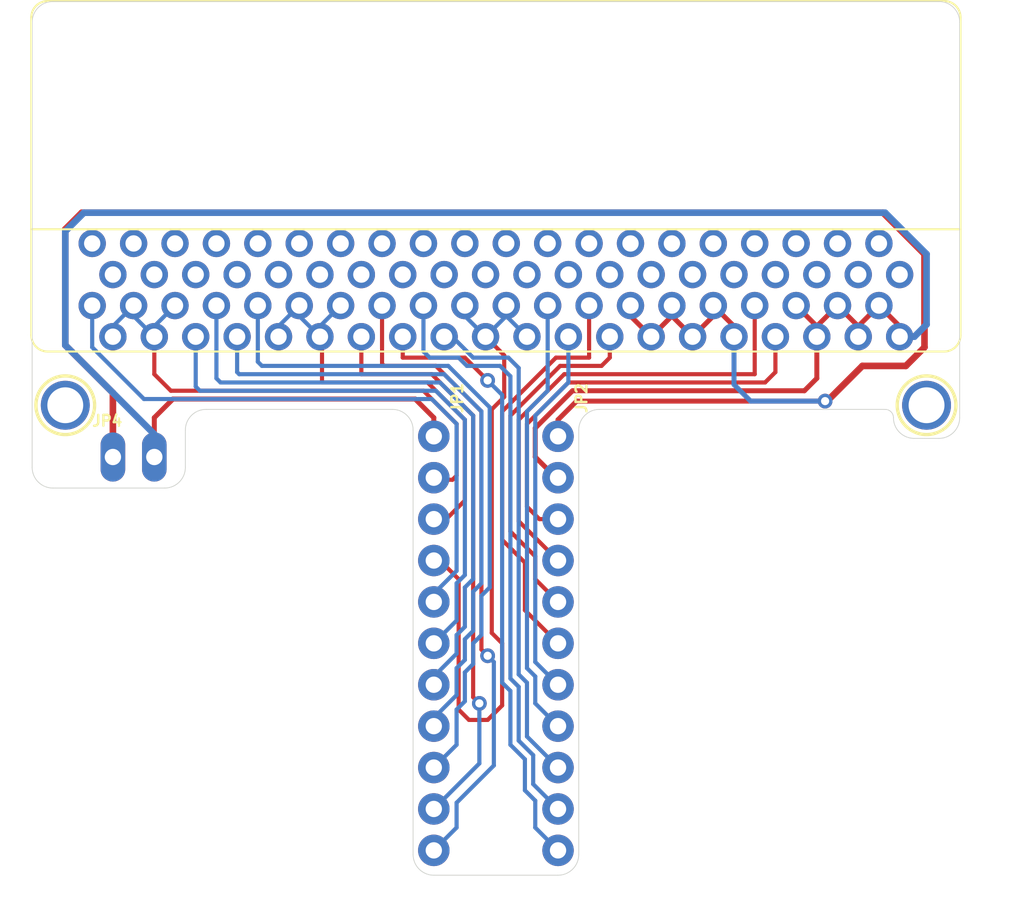
<source format=kicad_pcb>
(kicad_pcb (version 20211014) (generator pcbnew)
  (layers (0 "F.Cu" signal) (31 "B.Cu" signal) (34 "B.Paste" user) (35 "F.Paste" user) (36 "B.SilkS" user "B.Silkscreen") (37 "F.SilkS" user "F.Silkscreen") (38 "B.Mask" user) (39 "F.Mask" user) (44 "Edge.Cuts" user))
  (net 0 "")
  (net 1 "P3")
  (net 2 "P0")
  (net 3 "P4")
  (net 4 "P5")
  (net 5 "P6")
  (net 6 "P7")
  (net 7 "P1")
  (net 8 "P8")
  (net 9 "P9")
  (net 10 "P10")
  (net 11 "P11")
  (net 12 "P12")
  (net 13 "P2")
  (net 14 "P13")
  (net 15 "P14")
  (net 16 "P15")
  (net 17 "P16")
  (net 18 "SCL")
  (net 19 "SDA")
  (net 20 "3.3V")
  (net 21 "GND")
  (footprint "boardEagle:2X20_CARDEDGE_RA" (layer "F.Cu") (at 148.5011 92.1766)
    (fp_text reference "MB1" hide)
    (fp_text value "MICRO:BIT_RA" hide)
    (fp_line (start -28.5 0) (end -28.5 6.5) (layer "F.SilkS") (width 0.127))
    (fp_line (start -27.5 7.5) (end 27.5 7.5) (layer "F.SilkS") (width 0.127))
    (fp_line (start 27.5 -14) (end -27.5 -14) (layer "F.SilkS") (width 0.127))
    (fp_line (start -28.5 0) (end 28.5 0) (layer "F.SilkS") (width 0.127))
    (fp_line (start 28.5 6.5) (end 28.5 0) (layer "F.SilkS") (width 0.127))
    (fp_line (start -28.5 -13) (end -28.5 0) (layer "F.SilkS") (width 0.127))
    (fp_line (start 28.5 0) (end 28.5 -13) (layer "F.SilkS") (width 0.127))
    (fp_arc (start 27.5 -14) (mid 28.207107 -13.707107) (end 28.5 -13) (layer "F.SilkS") (width 0.127))
    (fp_arc (start 28.5 6.5) (mid 28.207107 7.207107) (end 27.5 7.5) (layer "F.SilkS") (width 0.127))
    (fp_arc (start -28.5 -13) (mid -28.207107 -13.707107) (end -27.5 -14) (layer "F.SilkS") (width 0.127))
    (fp_arc (start -27.5 7.5) (mid -28.207107 7.207107) (end -28.5 6.5) (layer "F.SilkS") (width 0.127))
    (pad "1" thru_hole circle (at -24.765 4.68) (size 1.6764 1.6764) (drill 1) (layers *.Cu *.Mask) (net 1 "P3"))
    (pad "2" thru_hole circle (at -23.495 6.59) (size 1.6764 1.6764) (drill 1) (layers *.Cu *.Mask) (net 2 "P0"))
    (pad "3" thru_hole circle (at -22.225 4.68) (size 1.6764 1.6764) (drill 1) (layers *.Cu *.Mask) (net 2 "P0"))
    (pad "4" thru_hole circle (at -20.955 6.59) (size 1.6764 1.6764) (drill 1) (layers *.Cu *.Mask) (net 2 "P0"))
    (pad "5" thru_hole circle (at -19.685 4.68) (size 1.6764 1.6764) (drill 1) (layers *.Cu *.Mask) (net 2 "P0"))
    (pad "6" thru_hole circle (at -18.415 6.59) (size 1.6764 1.6764) (drill 1) (layers *.Cu *.Mask) (net 3 "P4"))
    (pad "7" thru_hole circle (at -17.145 4.68) (size 1.6764 1.6764) (drill 1) (layers *.Cu *.Mask) (net 4 "P5"))
    (pad "8" thru_hole circle (at -15.875 6.59) (size 1.6764 1.6764) (drill 1) (layers *.Cu *.Mask) (net 5 "P6"))
    (pad "9" thru_hole circle (at -14.605 4.68) (size 1.6764 1.6764) (drill 1) (layers *.Cu *.Mask) (net 6 "P7"))
    (pad "10" thru_hole circle (at -13.335 6.59) (size 1.6764 1.6764) (drill 1) (layers *.Cu *.Mask) (net 7 "P1"))
    (pad "11" thru_hole circle (at -12.065 4.68) (size 1.6764 1.6764) (drill 1) (layers *.Cu *.Mask) (net 7 "P1"))
    (pad "12" thru_hole circle (at -10.795 6.59) (size 1.6764 1.6764) (drill 1) (layers *.Cu *.Mask) (net 7 "P1"))
    (pad "13" thru_hole circle (at -9.525 4.68) (size 1.6764 1.6764) (drill 1) (layers *.Cu *.Mask) (net 7 "P1"))
    (pad "14" thru_hole circle (at -8.255 6.59) (size 1.6764 1.6764) (drill 1) (layers *.Cu *.Mask) (net 8 "P8"))
    (pad "15" thru_hole circle (at -6.985 4.68) (size 1.6764 1.6764) (drill 1) (layers *.Cu *.Mask) (net 9 "P9"))
    (pad "16" thru_hole circle (at -5.715 6.59) (size 1.6764 1.6764) (drill 1) (layers *.Cu *.Mask) (net 10 "P10"))
    (pad "17" thru_hole circle (at -4.445 4.68) (size 1.6764 1.6764) (drill 1) (layers *.Cu *.Mask) (net 11 "P11"))
    (pad "18" thru_hole circle (at -3.175 6.59) (size 1.6764 1.6764) (drill 1) (layers *.Cu *.Mask) (net 12 "P12"))
    (pad "19" thru_hole circle (at -1.905 4.68) (size 1.6764 1.6764) (drill 1) (layers *.Cu *.Mask) (net 13 "P2"))
    (pad "20" thru_hole circle (at -0.635 6.59) (size 1.6764 1.6764) (drill 1) (layers *.Cu *.Mask) (net 13 "P2"))
    (pad "21" thru_hole circle (at 0.635 4.68) (size 1.6764 1.6764) (drill 1) (layers *.Cu *.Mask) (net 13 "P2"))
    (pad "22" thru_hole circle (at 1.905 6.59) (size 1.6764 1.6764) (drill 1) (layers *.Cu *.Mask) (net 13 "P2"))
    (pad "23" thru_hole circle (at 3.175 4.68) (size 1.6764 1.6764) (drill 1) (layers *.Cu *.Mask) (net 14 "P13"))
    (pad "24" thru_hole circle (at 4.445 6.59) (size 1.6764 1.6764) (drill 1) (layers *.Cu *.Mask) (net 15 "P14"))
    (pad "25" thru_hole circle (at 5.715 4.68) (size 1.6764 1.6764) (drill 1) (layers *.Cu *.Mask) (net 16 "P15"))
    (pad "26" thru_hole circle (at 6.985 6.59) (size 1.6764 1.6764) (drill 1) (layers *.Cu *.Mask) (net 17 "P16"))
    (pad "27" thru_hole circle (at 8.255 4.68) (size 1.6764 1.6764) (drill 1) (layers *.Cu *.Mask) (net 20 "3.3V"))
    (pad "28" thru_hole circle (at 9.525 6.59) (size 1.6764 1.6764) (drill 1) (layers *.Cu *.Mask) (net 20 "3.3V"))
    (pad "29" thru_hole circle (at 10.795 4.68) (size 1.6764 1.6764) (drill 1) (layers *.Cu *.Mask) (net 20 "3.3V"))
    (pad "30" thru_hole circle (at 12.065 6.59) (size 1.6764 1.6764) (drill 1) (layers *.Cu *.Mask) (net 20 "3.3V"))
    (pad "31" thru_hole circle (at 13.335 4.68) (size 1.6764 1.6764) (drill 1) (layers *.Cu *.Mask) (net 20 "3.3V"))
    (pad "32" thru_hole circle (at 14.605 6.59) (size 1.6764 1.6764) (drill 1) (layers *.Cu *.Mask) (net 20 "3.3V"))
    (pad "33" thru_hole circle (at 15.875 4.68) (size 1.6764 1.6764) (drill 1) (layers *.Cu *.Mask) (net 18 "SCL"))
    (pad "34" thru_hole circle (at 17.145 6.59) (size 1.6764 1.6764) (drill 1) (layers *.Cu *.Mask) (net 19 "SDA"))
    (pad "35" thru_hole circle (at 18.415 4.68) (size 1.6764 1.6764) (drill 1) (layers *.Cu *.Mask) (net 21 "GND"))
    (pad "36" thru_hole circle (at 19.685 6.59) (size 1.6764 1.6764) (drill 1) (layers *.Cu *.Mask) (net 21 "GND"))
    (pad "37" thru_hole circle (at 20.955 4.68) (size 1.6764 1.6764) (drill 1) (layers *.Cu *.Mask) (net 21 "GND"))
    (pad "38" thru_hole circle (at 22.225 6.59) (size 1.6764 1.6764) (drill 1) (layers *.Cu *.Mask) (net 21 "GND"))
    (pad "39" thru_hole circle (at 23.495 4.68) (size 1.6764 1.6764) (drill 1) (layers *.Cu *.Mask) (net 21 "GND"))
    (pad "40" thru_hole circle (at 24.765 6.59) (size 1.6764 1.6764) (drill 1) (layers *.Cu *.Mask) (net 21 "GND"))
    (pad "41" thru_hole circle (at 24.765 2.78 180) (size 1.6764 1.6764) (drill 1) (layers *.Cu *.Mask))
    (pad "42" thru_hole circle (at 23.495 0.87 180) (size 1.6764 1.6764) (drill 1) (layers *.Cu *.Mask))
    (pad "43" thru_hole circle (at 22.225 2.78 180) (size 1.6764 1.6764) (drill 1) (layers *.Cu *.Mask))
    (pad "44" thru_hole circle (at 20.955 0.87 180) (size 1.6764 1.6764) (drill 1) (layers *.Cu *.Mask))
    (pad "45" thru_hole circle (at 19.685 2.78 180) (size 1.6764 1.6764) (drill 1) (layers *.Cu *.Mask))
    (pad "46" thru_hole circle (at 18.415 0.87 180) (size 1.6764 1.6764) (drill 1) (layers *.Cu *.Mask))
    (pad "47" thru_hole circle (at 17.145 2.78 180) (size 1.6764 1.6764) (drill 1) (layers *.Cu *.Mask))
    (pad "48" thru_hole circle (at 15.875 0.87 180) (size 1.6764 1.6764) (drill 1) (layers *.Cu *.Mask))
    (pad "49" thru_hole circle (at 14.605 2.78 180) (size 1.6764 1.6764) (drill 1) (layers *.Cu *.Mask))
    (pad "50" thru_hole circle (at 13.335 0.87 180) (size 1.6764 1.6764) (drill 1) (layers *.Cu *.Mask))
    (pad "51" thru_hole circle (at 12.065 2.78 180) (size 1.6764 1.6764) (drill 1) (layers *.Cu *.Mask))
    (pad "52" thru_hole circle (at 10.795 0.87 180) (size 1.6764 1.6764) (drill 1) (layers *.Cu *.Mask))
    (pad "53" thru_hole circle (at 9.525 2.78 180) (size 1.6764 1.6764) (drill 1) (layers *.Cu *.Mask))
    (pad "54" thru_hole circle (at 8.255 0.87 180) (size 1.6764 1.6764) (drill 1) (layers *.Cu *.Mask))
    (pad "55" thru_hole circle (at 6.985 2.78 180) (size 1.6764 1.6764) (drill 1) (layers *.Cu *.Mask))
    (pad "56" thru_hole circle (at 5.715 0.87 180) (size 1.6764 1.6764) (drill 1) (layers *.Cu *.Mask))
    (pad "57" thru_hole circle (at 4.445 2.78 180) (size 1.6764 1.6764) (drill 1) (layers *.Cu *.Mask))
    (pad "58" thru_hole circle (at 3.175 0.87 180) (size 1.6764 1.6764) (drill 1) (layers *.Cu *.Mask))
    (pad "59" thru_hole circle (at 1.905 2.78 180) (size 1.6764 1.6764) (drill 1) (layers *.Cu *.Mask))
    (pad "60" thru_hole circle (at 0.635 0.87 180) (size 1.6764 1.6764) (drill 1) (layers *.Cu *.Mask))
    (pad "61" thru_hole circle (at -0.635 2.78 180) (size 1.6764 1.6764) (drill 1) (layers *.Cu *.Mask))
    (pad "62" thru_hole circle (at -1.905 0.87 180) (size 1.6764 1.6764) (drill 1) (layers *.Cu *.Mask))
    (pad "63" thru_hole circle (at -3.175 2.78 180) (size 1.6764 1.6764) (drill 1) (layers *.Cu *.Mask))
    (pad "64" thru_hole circle (at -4.445 0.87 180) (size 1.6764 1.6764) (drill 1) (layers *.Cu *.Mask))
    (pad "65" thru_hole circle (at -5.715 2.78 180) (size 1.6764 1.6764) (drill 1) (layers *.Cu *.Mask))
    (pad "66" thru_hole circle (at -6.985 0.87 180) (size 1.6764 1.6764) (drill 1) (layers *.Cu *.Mask))
    (pad "67" thru_hole circle (at -8.255 2.78 180) (size 1.6764 1.6764) (drill 1) (layers *.Cu *.Mask))
    (pad "68" thru_hole circle (at -9.525 0.87 180) (size 1.6764 1.6764) (drill 1) (layers *.Cu *.Mask))
    (pad "69" thru_hole circle (at -10.795 2.78 180) (size 1.6764 1.6764) (drill 1) (layers *.Cu *.Mask))
    (pad "70" thru_hole circle (at -12.065 0.87 180) (size 1.6764 1.6764) (drill 1) (layers *.Cu *.Mask))
    (pad "71" thru_hole circle (at -13.335 2.78 180) (size 1.6764 1.6764) (drill 1) (layers *.Cu *.Mask))
    (pad "72" thru_hole circle (at -14.605 0.87 180) (size 1.6764 1.6764) (drill 1) (layers *.Cu *.Mask))
    (pad "73" thru_hole circle (at -15.875 2.78 180) (size 1.6764 1.6764) (drill 1) (layers *.Cu *.Mask))
    (pad "74" thru_hole circle (at -17.145 0.87 180) (size 1.6764 1.6764) (drill 1) (layers *.Cu *.Mask))
    (pad "75" thru_hole circle (at -18.415 2.78 180) (size 1.6764 1.6764) (drill 1) (layers *.Cu *.Mask))
    (pad "76" thru_hole circle (at -19.685 0.87 180) (size 1.6764 1.6764) (drill 1) (layers *.Cu *.Mask))
    (pad "77" thru_hole circle (at -20.955 2.78 180) (size 1.6764 1.6764) (drill 1) (layers *.Cu *.Mask))
    (pad "78" thru_hole circle (at -22.225 0.87 180) (size 1.6764 1.6764) (drill 1) (layers *.Cu *.Mask))
    (pad "79" thru_hole circle (at -23.495 2.78 180) (size 1.6764 1.6764) (drill 1) (layers *.Cu *.Mask))
    (pad "80" thru_hole circle (at -24.765 0.87 180) (size 1.6764 1.6764) (drill 1) (layers *.Cu *.Mask))
  )
  (footprint "boardEagle:TBREADBIT_TOP" (layer "F.Cu") (at 120.0531 131.8006)
    (fp_text reference "U$6" hide)
    (fp_text value "" hide)
  )
  (footprint "boardEagle:MOUNTINGHOLE_2.0_PLATED" (layer "F.Cu") (at 122.0851 102.9716)
    (fp_text reference "U$10" hide)
    (fp_text value "MOUNTINGHOLE2.0" hide)
    (fp_circle (center 0 0) (end 1.8 0) (layer "F.SilkS") (width 0.2032) (fill none))
    (pad "P$1" thru_hole circle (at 0 0) (size 3 3) (drill 2.2) (layers *.Cu *.Mask))
  )
  (footprint "boardEagle:1X11_ROUND_76" (layer "F.Cu") (at 152.3111 117.5766 -90)
    (fp_text reference "JP2" (at -14.0462 -1.8288 -90) (layer "F.SilkS") (effects (font (size 0.666496 0.666496) (thickness 0.146304)) (justify left bottom)))
    (fp_text value "")
    (pad "1" thru_hole circle (at -12.7 0) (size 1.9304 1.9304) (drill 1) (layers *.Cu *.Mask) (net 20 "3.3V"))
    (pad "2" thru_hole circle (at -10.16 0) (size 1.9304 1.9304) (drill 1) (layers *.Cu *.Mask) (net 21 "GND"))
    (pad "3" thru_hole circle (at -7.62 0) (size 1.9304 1.9304) (drill 1) (layers *.Cu *.Mask) (net 19 "SDA"))
    (pad "4" thru_hole circle (at -5.08 0) (size 1.9304 1.9304) (drill 1) (layers *.Cu *.Mask) (net 18 "SCL"))
    (pad "5" thru_hole circle (at -2.54 0) (size 1.9304 1.9304) (drill 1) (layers *.Cu *.Mask) (net 17 "P16"))
    (pad "6" thru_hole circle (at 0 0) (size 1.9304 1.9304) (drill 1) (layers *.Cu *.Mask) (net 16 "P15"))
    (pad "7" thru_hole circle (at 2.54 0) (size 1.9304 1.9304) (drill 1) (layers *.Cu *.Mask) (net 15 "P14"))
    (pad "8" thru_hole circle (at 5.08 0) (size 1.9304 1.9304) (drill 1) (layers *.Cu *.Mask) (net 14 "P13"))
    (pad "9" thru_hole circle (at 7.62 0) (size 1.9304 1.9304) (drill 1) (layers *.Cu *.Mask) (net 12 "P12"))
    (pad "10" thru_hole circle (at 10.16 0) (size 1.9304 1.9304) (drill 1) (layers *.Cu *.Mask) (net 11 "P11"))
    (pad "11" thru_hole circle (at 12.7 0) (size 1.9304 1.9304) (drill 1) (layers *.Cu *.Mask) (net 10 "P10"))
  )
  (footprint "boardEagle:1X11_ROUND_76" (layer "F.Cu") (at 144.6911 117.5766 -90)
    (fp_text reference "JP1" (at -14.0462 -1.8288 -90) (layer "F.SilkS") (effects (font (size 0.666496 0.666496) (thickness 0.146304)) (justify left bottom)))
    (fp_text value "")
    (pad "1" thru_hole circle (at -12.7 0) (size 1.9304 1.9304) (drill 1) (layers *.Cu *.Mask) (net 21 "GND"))
    (pad "2" thru_hole circle (at -10.16 0) (size 1.9304 1.9304) (drill 1) (layers *.Cu *.Mask) (net 2 "P0"))
    (pad "3" thru_hole circle (at -7.62 0) (size 1.9304 1.9304) (drill 1) (layers *.Cu *.Mask) (net 7 "P1"))
    (pad "4" thru_hole circle (at -5.08 0) (size 1.9304 1.9304) (drill 1) (layers *.Cu *.Mask) (net 13 "P2"))
    (pad "5" thru_hole circle (at -2.54 0) (size 1.9304 1.9304) (drill 1) (layers *.Cu *.Mask) (net 1 "P3"))
    (pad "6" thru_hole circle (at 0 0) (size 1.9304 1.9304) (drill 1) (layers *.Cu *.Mask) (net 3 "P4"))
    (pad "7" thru_hole circle (at 2.54 0) (size 1.9304 1.9304) (drill 1) (layers *.Cu *.Mask) (net 4 "P5"))
    (pad "8" thru_hole circle (at 5.08 0) (size 1.9304 1.9304) (drill 1) (layers *.Cu *.Mask) (net 5 "P6"))
    (pad "9" thru_hole circle (at 7.62 0) (size 1.9304 1.9304) (drill 1) (layers *.Cu *.Mask) (net 6 "P7"))
    (pad "10" thru_hole circle (at 10.16 0) (size 1.9304 1.9304) (drill 1) (layers *.Cu *.Mask) (net 8 "P8"))
    (pad "11" thru_hole circle (at 12.7 0) (size 1.9304 1.9304) (drill 1) (layers *.Cu *.Mask) (net 9 "P9"))
  )
  (footprint "boardEagle:MOUNTINGHOLE_2.0_PLATED" (layer "F.Cu") (at 174.9171 102.9716)
    (fp_text reference "U$9" hide)
    (fp_text value "MOUNTINGHOLE2.0" hide)
    (fp_circle (center 0 0) (end 1.8 0) (layer "F.SilkS") (width 0.2032) (fill none))
    (pad "P$1" thru_hole circle (at 0 0) (size 3 3) (drill 2.2) (layers *.Cu *.Mask))
  )
  (footprint "boardEagle:1X02_OVAL" (layer "F.Cu") (at 126.2761 106.1466)
    (fp_text reference "JP4" (at -2.6162 -1.8288) (layer "F.SilkS") (effects (font (size 0.666496 0.666496) (thickness 0.146304)) (justify left bottom)))
    (fp_text value "")
    (pad "1" thru_hole oval (at -1.27 0 90) (size 3.016 1.508) (drill 1) (layers *.Cu *.Mask) (net 20 "3.3V"))
    (pad "2" thru_hole oval (at 1.27 0 90) (size 3.016 1.508) (drill 1) (layers *.Cu *.Mask) (net 21 "GND"))
  )
  (footprint "boardEagle:TBREADBIT_BOT" (layer "B.Cu") (at 176.9491 131.8006 180)
    (fp_text reference "U$3" hide)
    (fp_text value "" hide)
  )
  (gr_line (start 153.5811 104.4956) (end 153.5811 130.5306) (layer "Edge.Cuts") (width 0.05))
  (gr_arc (start 129.4511 106.7816) (mid 129.079126 107.679626) (end 128.1811 108.0516) (layer "Edge.Cuts") (width 0.05))
  (gr_arc (start 153.5811 104.4956) (mid 153.953074 103.597574) (end 154.8511 103.2256) (layer "Edge.Cuts") (width 0.05))
  (gr_line (start 175.6791 105.0036) (end 174.1551 105.0036) (layer "Edge.Cuts") (width 0.05))
  (gr_line (start 152.3111 131.8006) (end 144.6911 131.8006) (layer "Edge.Cuts") (width 0.05))
  (gr_arc (start 120.0531 79.4766) (mid 120.425074 78.578574) (end 121.3231 78.2066) (layer "Edge.Cuts") (width 0.05))
  (gr_line (start 143.4211 130.5306) (end 143.4211 104.4956) (layer "Edge.Cuts") (width 0.05))
  (gr_line (start 142.1511 103.2256) (end 130.7211 103.2256) (layer "Edge.Cuts") (width 0.05))
  (gr_line (start 129.4511 104.4956) (end 129.4511 106.7816) (layer "Edge.Cuts") (width 0.05))
  (gr_arc (start 172.3771 103.2256) (mid 172.73631 103.37439) (end 172.8851 103.7336) (layer "Edge.Cuts") (width 0.05))
  (gr_line (start 121.3231 78.2066) (end 175.6791 78.2066) (layer "Edge.Cuts") (width 0.05))
  (gr_arc (start 144.6911 131.8006) (mid 143.793074 131.428626) (end 143.4211 130.5306) (layer "Edge.Cuts") (width 0.05))
  (gr_arc (start 142.1511 103.2256) (mid 143.049126 103.597574) (end 143.4211 104.4956) (layer "Edge.Cuts") (width 0.05))
  (gr_arc (start 129.4511 104.4956) (mid 129.823074 103.597574) (end 130.7211 103.2256) (layer "Edge.Cuts") (width 0.05))
  (gr_line (start 120.0531 106.7816) (end 120.0531 79.4766) (layer "Edge.Cuts") (width 0.05))
  (gr_arc (start 175.6791 78.2066) (mid 176.577126 78.578574) (end 176.9491 79.4766) (layer "Edge.Cuts") (width 0.05))
  (gr_line (start 176.9491 79.4766) (end 176.9491 103.7336) (layer "Edge.Cuts") (width 0.05))
  (gr_arc (start 121.3231 108.0516) (mid 120.425074 107.679626) (end 120.0531 106.7816) (layer "Edge.Cuts") (width 0.05))
  (gr_line (start 172.3771 103.2256) (end 154.8511 103.2256) (layer "Edge.Cuts") (width 0.05))
  (gr_arc (start 174.1551 105.0036) (mid 173.257074 104.631626) (end 172.8851 103.7336) (layer "Edge.Cuts") (width 0.05))
  (gr_line (start 128.1811 108.0516) (end 121.3231 108.0516) (layer "Edge.Cuts") (width 0.05))
  (gr_arc (start 153.5811 130.5306) (mid 153.209126 131.428626) (end 152.3111 131.8006) (layer "Edge.Cuts") (width 0.05))
  (gr_arc (start 176.9491 103.7336) (mid 176.577126 104.631626) (end 175.6791 105.0036) (layer "Edge.Cuts") (width 0.05))
  (segment (start 146.0881 113.1316) (end 144.6911 114.5286) (width 0.254) (layer "B.Cu") (net 1))
  (segment (start 144.6911 114.5286) (end 144.6911 115.0366) (width 0.254) (layer "B.Cu") (net 1))
  (segment (start 123.7361 96.8566) (end 123.7361 99.4156) (width 0.254) (layer "B.Cu") (net 1))
  (segment (start 126.9111 102.5906) (end 144.5641 102.5906) (width 0.254) (layer "B.Cu") (net 1))
  (segment (start 144.5641 102.5906) (end 146.0881 104.1146) (width 0.254) (layer "B.Cu") (net 1))
  (segment (start 123.7361 99.4156) (end 126.9111 102.5906) (width 0.254) (layer "B.Cu") (net 1))
  (segment (start 146.0881 104.1146) (end 146.0881 113.1316) (width 0.254) (layer "B.Cu") (net 1))
  (segment (start 144.8181 107.5436) (end 144.6911 107.4166) (width 0.254) (layer "F.Cu") (net 2))
  (segment (start 146.0881 104.1146) (end 146.0881 107.2896) (width 0.254) (layer "F.Cu") (net 2))
  (segment (start 127.5461 98.7666) (end 127.5461 101.0666) (width 0.254) (layer "F.Cu") (net 2))
  (segment (start 146.0881 107.2896) (end 145.8341 107.5436) (width 0.254) (layer "F.Cu") (net 2))
  (segment (start 145.8341 107.5436) (end 144.8181 107.5436) (width 0.254) (layer "F.Cu") (net 2))
  (segment (start 144.0561 102.0826) (end 146.0881 104.1146) (width 0.254) (layer "F.Cu") (net 2))
  (segment (start 128.5621 102.0826) (end 144.0561 102.0826) (width 0.254) (layer "F.Cu") (net 2))
  (segment (start 127.5461 101.0666) (end 128.5621 102.0826) (width 0.254) (layer "F.Cu") (net 2))
  (segment (start 125.0061 98.1266) (end 126.2761 96.8566) (width 0.254) (layer "B.Cu") (net 2))
  (segment (start 127.5461 98.1266) (end 128.8161 96.8566) (width 0.254) (layer "B.Cu") (net 2))
  (segment (start 125.0061 98.7666) (end 125.0061 98.1266) (width 0.254) (layer "B.Cu") (net 2))
  (segment (start 126.2761 96.8566) (end 126.2761 97.4966) (width 0.254) (layer "B.Cu") (net 2))
  (segment (start 126.2761 97.4966) (end 127.5461 98.7666) (width 0.254) (layer "B.Cu") (net 2))
  (segment (start 127.5461 98.7666) (end 127.5461 98.1266) (width 0.254) (layer "B.Cu") (net 2))
  (segment (start 146.5961 103.8606) (end 146.5961 113.3856) (width 0.254) (layer "B.Cu") (net 3))
  (segment (start 144.8181 102.0826) (end 146.5961 103.8606) (width 0.254) (layer "B.Cu") (net 3))
  (segment (start 146.0881 113.8936) (end 146.0881 116.1796) (width 0.254) (layer "B.Cu") (net 3))
  (segment (start 130.0861 98.7666) (end 130.0861 101.8286) (width 0.254) (layer "B.Cu") (net 3))
  (segment (start 146.5961 113.3856) (end 146.0881 113.8936) (width 0.254) (layer "B.Cu") (net 3))
  (segment (start 130.0861 101.8286) (end 130.3401 102.0826) (width 0.254) (layer "B.Cu") (net 3))
  (segment (start 130.3401 102.0826) (end 144.8181 102.0826) (width 0.254) (layer "B.Cu") (net 3))
  (segment (start 146.0881 116.1796) (end 144.6911 117.5766) (width 0.254) (layer "B.Cu") (net 3))
  (segment (start 131.3561 101.3206) (end 131.6101 101.5746) (width 0.254) (layer "B.Cu") (net 4))
  (segment (start 146.0881 118.2116) (end 144.6911 119.6086) (width 0.254) (layer "B.Cu") (net 4))
  (segment (start 147.1041 113.6396) (end 146.5961 114.1476) (width 0.254) (layer "B.Cu") (net 4))
  (segment (start 147.1041 103.6066) (end 147.1041 113.6396) (width 0.254) (layer "B.Cu") (net 4))
  (segment (start 146.5961 114.1476) (end 146.5961 116.5606) (width 0.254) (layer "B.Cu") (net 4))
  (segment (start 146.0881 117.0686) (end 146.0881 118.2116) (width 0.254) (layer "B.Cu") (net 4))
  (segment (start 131.6101 101.5746) (end 145.0721 101.5746) (width 0.254) (layer "B.Cu") (net 4))
  (segment (start 145.0721 101.5746) (end 147.1041 103.6066) (width 0.254) (layer "B.Cu") (net 4))
  (segment (start 144.6911 119.6086) (end 144.6911 120.1166) (width 0.254) (layer "B.Cu") (net 4))
  (segment (start 146.5961 116.5606) (end 146.0881 117.0686) (width 0.254) (layer "B.Cu") (net 4))
  (segment (start 131.3561 96.8566) (end 131.3561 101.3206) (width 0.254) (layer "B.Cu") (net 4))
  (segment (start 147.6121 103.3526) (end 147.6121 113.8936) (width 0.254) (layer "B.Cu") (net 5))
  (segment (start 146.0881 119.1006) (end 146.0881 120.7516) (width 0.254) (layer "B.Cu") (net 5))
  (segment (start 145.3261 101.0666) (end 147.6121 103.3526) (width 0.254) (layer "B.Cu") (net 5))
  (segment (start 147.1041 116.8146) (end 146.5961 117.3226) (width 0.254) (layer "B.Cu") (net 5))
  (segment (start 146.0881 120.7516) (end 144.6911 122.1486) (width 0.254) (layer "B.Cu") (net 5))
  (segment (start 147.6121 113.8936) (end 147.1041 114.4016) (width 0.254) (layer "B.Cu") (net 5))
  (segment (start 132.7531 101.0666) (end 145.3261 101.0666) (width 0.254) (layer "B.Cu") (net 5))
  (segment (start 132.6261 98.7666) (end 132.6261 100.9396) (width 0.254) (layer "B.Cu") (net 5))
  (segment (start 146.5961 118.5926) (end 146.0881 119.1006) (width 0.254) (layer "B.Cu") (net 5))
  (segment (start 147.1041 114.4016) (end 147.1041 116.8146) (width 0.254) (layer "B.Cu") (net 5))
  (segment (start 144.6911 122.1486) (end 144.6911 122.6566) (width 0.254) (layer "B.Cu") (net 5))
  (segment (start 146.5961 117.3226) (end 146.5961 118.5926) (width 0.254) (layer "B.Cu") (net 5))
  (segment (start 132.6261 100.9396) (end 132.7531 101.0666) (width 0.254) (layer "B.Cu") (net 5))
  (segment (start 133.8961 100.3046) (end 134.1501 100.5586) (width 0.254) (layer "B.Cu") (net 6))
  (segment (start 145.5801 100.5586) (end 148.1201 103.0986) (width 0.254) (layer "B.Cu") (net 6))
  (segment (start 147.1041 117.5766) (end 147.1041 118.8466) (width 0.254) (layer "B.Cu") (net 6))
  (segment (start 148.1201 114.1476) (end 147.6121 114.6556) (width 0.254) (layer "B.Cu") (net 6))
  (segment (start 146.0881 121.6406) (end 146.0881 123.7996) (width 0.254) (layer "B.Cu") (net 6))
  (segment (start 146.0881 123.7996) (end 144.6911 125.1966) (width 0.254) (layer "B.Cu") (net 6))
  (segment (start 146.5961 121.1326) (end 146.0881 121.6406) (width 0.254) (layer "B.Cu") (net 6))
  (segment (start 146.5961 119.3546) (end 146.5961 121.1326) (width 0.254) (layer "B.Cu") (net 6))
  (segment (start 133.8961 96.8566) (end 133.8961 100.3046) (width 0.254) (layer "B.Cu") (net 6))
  (segment (start 134.1501 100.5586) (end 145.5801 100.5586) (width 0.254) (layer "B.Cu") (net 6))
  (segment (start 147.6121 117.0686) (end 147.1041 117.5766) (width 0.254) (layer "B.Cu") (net 6))
  (segment (start 148.1201 103.0986) (end 148.1201 114.1476) (width 0.254) (layer "B.Cu") (net 6))
  (segment (start 147.1041 118.8466) (end 146.5961 119.3546) (width 0.254) (layer "B.Cu") (net 6))
  (segment (start 147.6121 114.6556) (end 147.6121 117.0686) (width 0.254) (layer "B.Cu") (net 6))
  (segment (start 145.4531 109.9566) (end 146.5961 108.8136) (width 0.254) (layer "F.Cu") (net 7))
  (segment (start 144.6911 109.9566) (end 145.4531 109.9566) (width 0.254) (layer "F.Cu") (net 7))
  (segment (start 137.8331 101.5746) (end 137.8331 98.8936) (width 0.254) (layer "F.Cu") (net 7))
  (segment (start 137.8331 98.8936) (end 137.7061 98.7666) (width 0.254) (layer "F.Cu") (net 7))
  (segment (start 146.5961 108.8136) (end 146.5961 103.8606) (width 0.254) (layer "F.Cu") (net 7))
  (segment (start 144.3101 101.5746) (end 137.8331 101.5746) (width 0.254) (layer "F.Cu") (net 7))
  (segment (start 146.5961 103.8606) (end 144.3101 101.5746) (width 0.254) (layer "F.Cu") (net 7))
  (segment (start 135.1661 98.1266) (end 136.4361 96.8566) (width 0.254) (layer "B.Cu") (net 7))
  (segment (start 135.1661 98.7666) (end 135.1661 98.1266) (width 0.254) (layer "B.Cu") (net 7))
  (segment (start 137.7061 98.7666) (end 137.7061 98.1266) (width 0.254) (layer "B.Cu") (net 7))
  (segment (start 136.4361 96.8566) (end 136.4361 97.4966) (width 0.254) (layer "B.Cu") (net 7))
  (segment (start 137.7061 98.1266) (end 138.9761 96.8566) (width 0.254) (layer "B.Cu") (net 7))
  (segment (start 136.4361 97.4966) (end 137.7061 98.7666) (width 0.254) (layer "B.Cu") (net 7))
  (segment (start 147.1041 120.8786) (end 147.4851 121.2596) (width 0.254) (layer "F.Cu") (net 8))
  (segment (start 140.2461 98.7666) (end 140.2461 101.0666) (width 0.254) (layer "F.Cu") (net 8))
  (segment (start 140.2461 101.0666) (end 144.5641 101.0666) (width 0.254) (layer "F.Cu") (net 8))
  (segment (start 144.5641 101.0666) (end 147.1041 103.6066) (width 0.254) (layer "F.Cu") (net 8))
  (segment (start 147.1041 103.6066) (end 147.1041 120.8786) (width 0.254) (layer "F.Cu") (net 8))
  (via (at 147.4851 121.2596) (size 0.9064) (drill 0.5) (layers "F.Cu" "B.Cu") (net 8))
  (segment (start 147.4851 124.9426) (end 144.6911 127.7366) (width 0.254) (layer "B.Cu") (net 8))
  (segment (start 147.4851 121.2596) (end 147.4851 124.9426) (width 0.254) (layer "B.Cu") (net 8))
  (segment (start 141.5161 96.8566) (end 141.5161 100.4316) (width 0.254) (layer "F.Cu") (net 9))
  (segment (start 144.8181 100.5586) (end 147.6121 103.3526) (width 0.254) (layer "F.Cu") (net 9))
  (segment (start 141.5161 100.4316) (end 141.6431 100.5586) (width 0.254) (layer "F.Cu") (net 9))
  (segment (start 141.6431 100.5586) (end 144.8181 100.5586) (width 0.254) (layer "F.Cu") (net 9))
  (segment (start 147.6121 103.3526) (end 147.6121 117.9576) (width 0.254) (layer "F.Cu") (net 9))
  (segment (start 147.6121 117.9576) (end 147.9931 118.3386) (width 0.254) (layer "F.Cu") (net 9))
  (via (at 147.9931 118.3386) (size 0.9064) (drill 0.5) (layers "F.Cu" "B.Cu") (net 9))
  (segment (start 146.0881 127.3556) (end 146.0881 128.8796) (width 0.254) (layer "B.Cu") (net 9))
  (segment (start 146.0881 128.8796) (end 144.6911 130.2766) (width 0.254) (layer "B.Cu") (net 9))
  (segment (start 148.3741 118.7196) (end 148.3741 125.0696) (width 0.254) (layer "B.Cu") (net 9))
  (segment (start 147.9931 118.3386) (end 148.3741 118.7196) (width 0.254) (layer "B.Cu") (net 9))
  (segment (start 148.3741 125.0696) (end 146.0881 127.3556) (width 0.254) (layer "B.Cu") (net 9))
  (segment (start 142.7861 100.0506) (end 146.5961 100.0506) (width 0.254) (layer "F.Cu") (net 10))
  (segment (start 147.9931 101.4476) (end 146.5961 100.0506) (width 0.254) (layer "F.Cu") (net 10))
  (segment (start 142.7861 98.7666) (end 142.7861 100.0506) (width 0.254) (layer "F.Cu") (net 10))
  (via (at 147.9931 101.4476) (size 0.9064) (drill 0.5) (layers "F.Cu" "B.Cu") (net 10))
  (segment (start 149.3901 123.7996) (end 150.2791 124.6886) (width 0.254) (layer "B.Cu") (net 10))
  (segment (start 150.9141 127.2286) (end 150.9141 128.8796) (width 0.254) (layer "B.Cu") (net 10))
  (segment (start 148.8821 102.3366) (end 148.8821 119.9896) (width 0.254) (layer "B.Cu") (net 10))
  (segment (start 149.3901 120.4976) (end 149.3901 123.7996) (width 0.254) (layer "B.Cu") (net 10))
  (segment (start 150.9141 128.8796) (end 152.3111 130.2766) (width 0.254) (layer "B.Cu") (net 10))
  (segment (start 148.8821 102.3366) (end 147.9931 101.4476) (width 0.254) (layer "B.Cu") (net 10))
  (segment (start 150.2791 126.5936) (end 150.9141 127.2286) (width 0.254) (layer "B.Cu") (net 10))
  (segment (start 150.2791 124.6886) (end 150.2791 126.5936) (width 0.254) (layer "B.Cu") (net 10))
  (segment (start 148.8821 119.9896) (end 149.3901 120.4976) (width 0.254) (layer "B.Cu") (net 10))
  (segment (start 149.3901 101.1936) (end 149.3901 119.7356) (width 0.254) (layer "B.Cu") (net 11))
  (segment (start 149.3901 119.7356) (end 149.8981 120.2436) (width 0.254) (layer "B.Cu") (net 11))
  (segment (start 149.8981 120.2436) (end 149.8981 123.5456) (width 0.254) (layer "B.Cu") (net 11))
  (segment (start 144.0561 96.8566) (end 144.0561 99.6696) (width 0.254) (layer "B.Cu") (net 11))
  (segment (start 150.7871 124.4346) (end 150.7871 126.2126) (width 0.254) (layer "B.Cu") (net 11))
  (segment (start 148.7551 100.5586) (end 146.7231 100.5586) (width 0.254) (layer "B.Cu") (net 11))
  (segment (start 146.7231 100.5586) (end 146.2151 100.0506) (width 0.254) (layer "B.Cu") (net 11))
  (segment (start 144.4371 100.0506) (end 146.2151 100.0506) (width 0.254) (layer "B.Cu") (net 11))
  (segment (start 149.3901 101.1936) (end 148.7551 100.5586) (width 0.254) (layer "B.Cu") (net 11))
  (segment (start 150.7871 126.2126) (end 152.3111 127.7366) (width 0.254) (layer "B.Cu") (net 11))
  (segment (start 149.8981 123.5456) (end 150.7871 124.4346) (width 0.254) (layer "B.Cu") (net 11))
  (segment (start 144.0561 99.6696) (end 144.4371 100.0506) (width 0.254) (layer "B.Cu") (net 11))
  (segment (start 149.2631 100.0506) (end 147.1041 100.0506) (width 0.254) (layer "B.Cu") (net 12))
  (segment (start 147.1041 100.0506) (end 145.8341 98.7806) (width 0.254) (layer "B.Cu") (net 12))
  (segment (start 150.4061 123.2916) (end 152.3111 125.1966) (width 0.254) (layer "B.Cu") (net 12))
  (segment (start 150.4061 119.9896) (end 150.4061 123.2916) (width 0.254) (layer "B.Cu") (net 12))
  (segment (start 149.8981 100.6856) (end 149.8981 119.4816) (width 0.254) (layer "B.Cu") (net 12))
  (segment (start 145.8341 98.7806) (end 145.3401 98.7806) (width 0.254) (layer "B.Cu") (net 12))
  (segment (start 149.8981 119.4816) (end 150.4061 119.9896) (width 0.254) (layer "B.Cu") (net 12))
  (segment (start 145.3261 98.7666) (end 145.6931 98.7666) (width 0.254) (layer "B.Cu") (net 12))
  (segment (start 145.3401 98.7806) (end 145.3261 98.7666) (width 0.254) (layer "B.Cu") (net 12))
  (segment (start 149.8981 100.6856) (end 149.2631 100.0506) (width 0.254) (layer "B.Cu") (net 12))
  (segment (start 146.2151 121.6406) (end 146.8501 122.2756) (width 0.254) (layer "F.Cu") (net 13))
  (segment (start 148.8821 121.3866) (end 148.8821 117.5766) (width 0.254) (layer "F.Cu") (net 13))
  (segment (start 145.0721 112.4966) (end 146.2151 113.6396) (width 0.254) (layer "F.Cu") (net 13))
  (segment (start 148.2471 103.2256) (end 149.0091 102.4636) (width 0.254) (layer "F.Cu") (net 13))
  (segment (start 144.6911 112.4966) (end 145.0721 112.4966) (width 0.254) (layer "F.Cu") (net 13))
  (segment (start 148.2471 116.9416) (end 148.2471 103.2256) (width 0.254) (layer "F.Cu") (net 13))
  (segment (start 146.8501 122.2756) (end 147.9931 122.2756) (width 0.254) (layer "F.Cu") (net 13))
  (segment (start 148.8821 117.5766) (end 148.2471 116.9416) (width 0.254) (layer "F.Cu") (net 13))
  (segment (start 149.0091 102.4636) (end 149.0091 99.9096) (width 0.254) (layer "F.Cu") (net 13))
  (segment (start 146.2151 113.6396) (end 146.2151 121.6406) (width 0.254) (layer "F.Cu") (net 13))
  (segment (start 147.9931 122.2756) (end 148.8821 121.3866) (width 0.254) (layer "F.Cu") (net 13))
  (segment (start 147.8661 98.7666) (end 149.0091 99.9096) (width 0.254) (layer "F.Cu") (net 13))
  (segment (start 149.1361 97.4966) (end 147.8661 98.7666) (width 0.254) (layer "B.Cu") (net 13))
  (segment (start 149.1361 97.4966) (end 150.4061 98.7666) (width 0.254) (layer "B.Cu") (net 13))
  (segment (start 146.5961 96.8566) (end 146.5961 97.4966) (width 0.254) (layer "B.Cu") (net 13))
  (segment (start 149.1361 96.8566) (end 149.1361 97.4966) (width 0.254) (layer "B.Cu") (net 13))
  (segment (start 146.5961 97.4966) (end 147.8661 98.7666) (width 0.254) (layer "B.Cu") (net 13))
  (segment (start 150.4061 103.3526) (end 150.4061 119.1006) (width 0.254) (layer "B.Cu") (net 14))
  (segment (start 150.9141 119.6086) (end 150.9141 121.2596) (width 0.254) (layer "B.Cu") (net 14))
  (segment (start 150.9141 121.2596) (end 152.3111 122.6566) (width 0.254) (layer "B.Cu") (net 14))
  (segment (start 151.6761 96.8566) (end 151.6761 102.0826) (width 0.254) (layer "B.Cu") (net 14))
  (segment (start 151.6761 102.0826) (end 150.4061 103.3526) (width 0.254) (layer "B.Cu") (net 14))
  (segment (start 150.4061 119.1006) (end 150.9141 119.6086) (width 0.254) (layer "B.Cu") (net 14))
  (segment (start 150.9141 118.7196) (end 152.3111 120.1166) (width 0.254) (layer "B.Cu") (net 15))
  (segment (start 152.9461 98.7666) (end 152.9461 101.5746) (width 0.254) (layer "B.Cu") (net 15))
  (segment (start 150.9141 103.6066) (end 150.9141 118.7196) (width 0.254) (layer "B.Cu") (net 15))
  (segment (start 152.9461 101.5746) (end 150.9141 103.6066) (width 0.254) (layer "B.Cu") (net 15))
  (segment (start 148.8821 111.2266) (end 150.2791 112.6236) (width 0.254) (layer "F.Cu") (net 16))
  (segment (start 154.2161 100.0506) (end 152.1841 100.0506) (width 0.254) (layer "F.Cu") (net 16))
  (segment (start 152.1841 100.0506) (end 148.8821 103.3526) (width 0.254) (layer "F.Cu") (net 16))
  (segment (start 154.2161 96.8566) (end 154.2161 100.0506) (width 0.254) (layer "F.Cu") (net 16))
  (segment (start 150.2791 115.5446) (end 152.3111 117.5766) (width 0.254) (layer "F.Cu") (net 16))
  (segment (start 150.2791 112.6236) (end 150.2791 115.5446) (width 0.254) (layer "F.Cu") (net 16))
  (segment (start 148.8821 103.3526) (end 148.8821 111.2266) (width 0.254) (layer "F.Cu") (net 16))
  (segment (start 149.3901 110.7186) (end 150.9141 112.2426) (width 0.254) (layer "F.Cu") (net 17))
  (segment (start 150.9141 112.2426) (end 150.9141 113.6396) (width 0.254) (layer "F.Cu") (net 17))
  (segment (start 150.9141 113.6396) (end 152.3111 115.0366) (width 0.254) (layer "F.Cu") (net 17))
  (segment (start 152.4381 100.5586) (end 149.3901 103.6066) (width 0.254) (layer "F.Cu") (net 17))
  (segment (start 155.4861 98.7666) (end 155.4861 100.0506) (width 0.254) (layer "F.Cu") (net 17))
  (segment (start 155.4861 100.0506) (end 154.9781 100.5586) (width 0.254) (layer "F.Cu") (net 17))
  (segment (start 149.3901 103.6066) (end 149.3901 110.7186) (width 0.254) (layer "F.Cu") (net 17))
  (segment (start 154.9781 100.5586) (end 152.4381 100.5586) (width 0.254) (layer "F.Cu") (net 17))
  (segment (start 164.3761 96.8566) (end 164.3761 101.0666) (width 0.254) (layer "F.Cu") (net 18))
  (segment (start 164.3761 101.0666) (end 152.6921 101.0666) (width 0.254) (layer "F.Cu") (net 18))
  (segment (start 149.8981 110.0836) (end 152.3111 112.4966) (width 0.254) (layer "F.Cu") (net 18))
  (segment (start 152.6921 101.0666) (end 149.8981 103.8606) (width 0.254) (layer "F.Cu") (net 18))
  (segment (start 149.8981 103.8606) (end 149.8981 110.0836) (width 0.254) (layer "F.Cu") (net 18))
  (segment (start 151.1681 109.9566) (end 152.3111 109.9566) (width 0.254) (layer "F.Cu") (net 19))
  (segment (start 165.0111 101.5746) (end 152.9461 101.5746) (width 0.254) (layer "F.Cu") (net 19))
  (segment (start 150.4061 109.1946) (end 151.1681 109.9566) (width 0.254) (layer "F.Cu") (net 19))
  (segment (start 165.6461 100.9396) (end 165.0111 101.5746) (width 0.254) (layer "F.Cu") (net 19))
  (segment (start 165.6461 98.7666) (end 165.6461 100.9396) (width 0.254) (layer "F.Cu") (net 19))
  (segment (start 150.4061 104.1146) (end 150.4061 109.1946) (width 0.254) (layer "F.Cu") (net 19))
  (segment (start 152.9461 101.5746) (end 150.4061 104.1146) (width 0.254) (layer "F.Cu") (net 19))
  (segment (start 153.4541 102.7176) (end 168.6941 102.7176) (width 0.3048) (layer "F.Cu") (net 20))
  (segment (start 173.6471 100.5586) (end 170.9801 100.5586) (width 0.4064) (layer "F.Cu") (net 20))
  (segment (start 122.0851 92.1766) (end 123.1011 91.1606) (width 0.4064) (layer "F.Cu") (net 20))
  (segment (start 159.2961 97.4966) (end 158.0261 98.7666) (width 0.3048) (layer "F.Cu") (net 20))
  (segment (start 172.2501 91.1606) (end 174.7901 93.7006) (width 0.4064) (layer "F.Cu") (net 20))
  (segment (start 163.1061 98.1266) (end 161.8361 96.8566) (width 0.3048) (layer "F.Cu") (net 20))
  (segment (start 156.7561 96.8566) (end 156.7561 97.4966) (width 0.3048) (layer "F.Cu") (net 20))
  (segment (start 161.8361 96.8566) (end 161.8361 97.4966) (width 0.3048) (layer "F.Cu") (net 20))
  (segment (start 122.0851 99.2886) (end 122.0851 92.1766) (width 0.4064) (layer "F.Cu") (net 20))
  (segment (start 123.1011 91.1606) (end 172.2501 91.1606) (width 0.4064) (layer "F.Cu") (net 20))
  (segment (start 125.0061 102.2096) (end 122.0851 99.2886) (width 0.4064) (layer "F.Cu") (net 20))
  (segment (start 125.0061 106.1466) (end 125.0061 102.2096) (width 0.4064) (layer "F.Cu") (net 20))
  (segment (start 174.7901 93.7006) (end 174.7901 99.4156) (width 0.4064) (layer "F.Cu") (net 20))
  (segment (start 170.9801 100.5586) (end 168.8211 102.7176) (width 0.4064) (layer "F.Cu") (net 20))
  (segment (start 159.2961 97.4966) (end 160.5661 98.7666) (width 0.3048) (layer "F.Cu") (net 20))
  (segment (start 174.7901 99.4156) (end 173.6471 100.5586) (width 0.4064) (layer "F.Cu") (net 20))
  (segment (start 152.3111 103.8606) (end 153.4541 102.7176) (width 0.3048) (layer "F.Cu") (net 20))
  (segment (start 161.8361 97.4966) (end 160.5661 98.7666) (width 0.3048) (layer "F.Cu") (net 20))
  (segment (start 159.2961 96.8566) (end 159.2961 97.4966) (width 0.3048) (layer "F.Cu") (net 20))
  (segment (start 152.3111 104.8766) (end 152.3111 103.8606) (width 0.3048) (layer "F.Cu") (net 20))
  (segment (start 163.1061 98.7666) (end 163.1061 98.1266) (width 0.3048) (layer "F.Cu") (net 20))
  (segment (start 168.8211 102.7176) (end 168.6941 102.7176) (width 0.4064) (layer "F.Cu") (net 20))
  (segment (start 156.7561 97.4966) (end 158.0261 98.7666) (width 0.3048) (layer "F.Cu") (net 20))
  (via (at 168.6941 102.7176) (size 0.9064) (drill 0.5) (layers "F.Cu" "B.Cu") (net 20))
  (segment (start 163.1061 101.7016) (end 164.1221 102.7176) (width 0.3048) (layer "B.Cu") (net 20))
  (segment (start 164.1221 102.7176) (end 168.5671 102.7176) (width 0.3048) (layer "B.Cu") (net 20))
  (segment (start 163.1061 98.7666) (end 163.1061 101.7016) (width 0.3048) (layer "B.Cu") (net 20))
  (segment (start 168.5671 102.7176) (end 168.6941 102.7176) (width 0.4064) (layer "B.Cu") (net 20))
  (segment (start 153.2001 102.0826) (end 167.4241 102.0826) (width 0.3048) (layer "F.Cu") (net 21))
  (segment (start 144.6911 103.7336) (end 143.5481 102.5906) (width 0.3048) (layer "F.Cu") (net 21))
  (segment (start 150.9141 106.1466) (end 150.9141 104.3686) (width 0.3048) (layer "F.Cu") (net 21))
  (segment (start 152.3111 107.4166) (end 152.1841 107.4166) (width 0.3048) (layer "F.Cu") (net 21))
  (segment (start 170.7261 98.1266) (end 170.7261 98.7666) (width 0.3048) (layer "F.Cu") (net 21))
  (segment (start 169.4561 96.8566) (end 170.7261 98.1266) (width 0.3048) (layer "F.Cu") (net 21))
  (segment (start 169.4561 96.8566) (end 168.1861 98.1266) (width 0.3048) (layer "F.Cu") (net 21))
  (segment (start 152.1841 107.4166) (end 150.9141 106.1466) (width 0.3048) (layer "F.Cu") (net 21))
  (segment (start 171.9961 96.8566) (end 170.7261 98.1266) (width 0.3048) (layer "F.Cu") (net 21))
  (segment (start 166.9161 96.8566) (end 168.1861 98.1266) (width 0.3048) (layer "F.Cu") (net 21))
  (segment (start 168.1861 101.3206) (end 168.1861 98.7666) (width 0.3048) (layer "F.Cu") (net 21))
  (segment (start 167.4241 102.0826) (end 168.1861 101.3206) (width 0.3048) (layer "F.Cu") (net 21))
  (segment (start 173.2661 98.1266) (end 173.2661 98.7666) (width 0.3048) (layer "F.Cu") (net 21))
  (segment (start 150.9141 104.3686) (end 153.2001 102.0826) (width 0.3048) (layer "F.Cu") (net 21))
  (segment (start 143.5481 102.5906) (end 128.6891 102.5906) (width 0.3048) (layer "F.Cu") (net 21))
  (segment (start 171.9961 96.8566) (end 173.2661 98.1266) (width 0.3048) (layer "F.Cu") (net 21))
  (segment (start 144.6911 104.8766) (end 144.6911 103.7336) (width 0.3048) (layer "F.Cu") (net 21))
  (segment (start 128.6891 102.5906) (end 127.5461 103.7336) (width 0.3048) (layer "F.Cu") (net 21))
  (segment (start 168.1861 98.1266) (end 168.1861 98.7666) (width 0.3048) (layer "F.Cu") (net 21))
  (segment (start 127.5461 103.7336) (end 127.5461 106.1466) (width 0.3048) (layer "F.Cu") (net 21))
  (segment (start 127.5461 106.1466) (end 127.5461 104.7496) (width 0.4064) (layer "B.Cu") (net 21))
  (segment (start 174.9171 93.7006) (end 174.9171 98.0186) (width 0.4064) (layer "B.Cu") (net 21))
  (segment (start 172.3771 91.1606) (end 174.9171 93.7006) (width 0.4064) (layer "B.Cu") (net 21))
  (segment (start 122.0851 92.3036) (end 123.2281 91.1606) (width 0.4064) (layer "B.Cu") (net 21))
  (segment (start 174.1691 98.7666) (end 173.2661 98.7666) (width 0.4064) (layer "B.Cu") (net 21))
  (segment (start 122.0851 99.2886) (end 127.5461 104.7496) (width 0.4064) (layer "B.Cu") (net 21))
  (segment (start 123.2281 91.1606) (end 172.3771 91.1606) (width 0.4064) (layer "B.Cu") (net 21))
  (segment (start 122.0851 99.2886) (end 122.0851 92.3036) (width 0.4064) (layer "B.Cu") (net 21))
  (segment (start 174.9171 98.0186) (end 174.1691 98.7666) (width 0.4064) (layer "B.Cu") (net 21))
)
</source>
